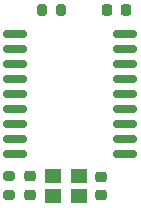
<source format=gtp>
G04 #@! TF.GenerationSoftware,KiCad,Pcbnew,(6.0.8)*
G04 #@! TF.CreationDate,2023-04-23T16:45:02+02:00*
G04 #@! TF.ProjectId,17_CAN_Controller,31375f43-414e-45f4-936f-6e74726f6c6c,rev?*
G04 #@! TF.SameCoordinates,Original*
G04 #@! TF.FileFunction,Paste,Top*
G04 #@! TF.FilePolarity,Positive*
%FSLAX46Y46*%
G04 Gerber Fmt 4.6, Leading zero omitted, Abs format (unit mm)*
G04 Created by KiCad (PCBNEW (6.0.8)) date 2023-04-23 16:45:02*
%MOMM*%
%LPD*%
G01*
G04 APERTURE LIST*
G04 Aperture macros list*
%AMRoundRect*
0 Rectangle with rounded corners*
0 $1 Rounding radius*
0 $2 $3 $4 $5 $6 $7 $8 $9 X,Y pos of 4 corners*
0 Add a 4 corners polygon primitive as box body*
4,1,4,$2,$3,$4,$5,$6,$7,$8,$9,$2,$3,0*
0 Add four circle primitives for the rounded corners*
1,1,$1+$1,$2,$3*
1,1,$1+$1,$4,$5*
1,1,$1+$1,$6,$7*
1,1,$1+$1,$8,$9*
0 Add four rect primitives between the rounded corners*
20,1,$1+$1,$2,$3,$4,$5,0*
20,1,$1+$1,$4,$5,$6,$7,0*
20,1,$1+$1,$6,$7,$8,$9,0*
20,1,$1+$1,$8,$9,$2,$3,0*%
G04 Aperture macros list end*
%ADD10RoundRect,0.200000X0.200000X0.275000X-0.200000X0.275000X-0.200000X-0.275000X0.200000X-0.275000X0*%
%ADD11RoundRect,0.225000X0.225000X0.250000X-0.225000X0.250000X-0.225000X-0.250000X0.225000X-0.250000X0*%
%ADD12RoundRect,0.225000X-0.250000X0.225000X-0.250000X-0.225000X0.250000X-0.225000X0.250000X0.225000X0*%
%ADD13RoundRect,0.200000X-0.275000X0.200000X-0.275000X-0.200000X0.275000X-0.200000X0.275000X0.200000X0*%
%ADD14R,1.400000X1.200000*%
%ADD15RoundRect,0.150000X-0.875000X-0.150000X0.875000X-0.150000X0.875000X0.150000X-0.875000X0.150000X0*%
G04 APERTURE END LIST*
D10*
X113365000Y-64040000D03*
X111715000Y-64040000D03*
D11*
X118815000Y-64040000D03*
X117265000Y-64040000D03*
D12*
X110740000Y-78140000D03*
X110740000Y-79690000D03*
X116740000Y-78165000D03*
X116740000Y-79715000D03*
D13*
X108940000Y-78090000D03*
X108940000Y-79740000D03*
D14*
X114840000Y-78090000D03*
X112640000Y-78090000D03*
X112640000Y-79790000D03*
X114840000Y-79790000D03*
D15*
X109490000Y-66040000D03*
X109490000Y-67310000D03*
X109490000Y-68580000D03*
X109490000Y-69850000D03*
X109490000Y-71120000D03*
X109490000Y-72390000D03*
X109490000Y-73660000D03*
X109490000Y-74930000D03*
X109490000Y-76200000D03*
X118790000Y-76200000D03*
X118790000Y-74930000D03*
X118790000Y-73660000D03*
X118790000Y-72390000D03*
X118790000Y-71120000D03*
X118790000Y-69850000D03*
X118790000Y-68580000D03*
X118790000Y-67310000D03*
X118790000Y-66040000D03*
M02*

</source>
